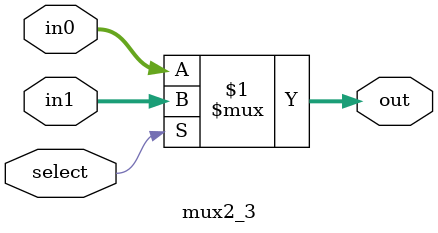
<source format=v>
module mux2_3(out, select, in0, in1);
    input select;
    input [2:0] in0, in1;
    output [2:0] out;
    assign out = select ? in1 : in0;
endmodule

</source>
